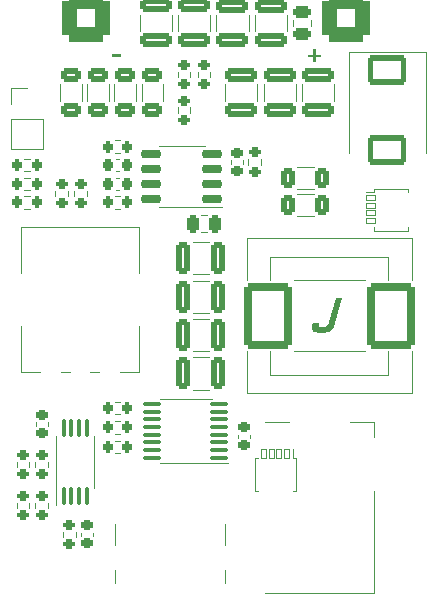
<source format=gto>
G04 #@! TF.GenerationSoftware,KiCad,Pcbnew,(7.0.0)*
G04 #@! TF.CreationDate,2023-04-23T17:00:46-07:00*
G04 #@! TF.ProjectId,boostdriver-al8853,626f6f73-7464-4726-9976-65722d616c38,1*
G04 #@! TF.SameCoordinates,Original*
G04 #@! TF.FileFunction,Legend,Top*
G04 #@! TF.FilePolarity,Positive*
%FSLAX46Y46*%
G04 Gerber Fmt 4.6, Leading zero omitted, Abs format (unit mm)*
G04 Created by KiCad (PCBNEW (7.0.0)) date 2023-04-23 17:00:46*
%MOMM*%
%LPD*%
G01*
G04 APERTURE LIST*
G04 Aperture macros list*
%AMRoundRect*
0 Rectangle with rounded corners*
0 $1 Rounding radius*
0 $2 $3 $4 $5 $6 $7 $8 $9 X,Y pos of 4 corners*
0 Add a 4 corners polygon primitive as box body*
4,1,4,$2,$3,$4,$5,$6,$7,$8,$9,$2,$3,0*
0 Add four circle primitives for the rounded corners*
1,1,$1+$1,$2,$3*
1,1,$1+$1,$4,$5*
1,1,$1+$1,$6,$7*
1,1,$1+$1,$8,$9*
0 Add four rect primitives between the rounded corners*
20,1,$1+$1,$2,$3,$4,$5,0*
20,1,$1+$1,$4,$5,$6,$7,0*
20,1,$1+$1,$6,$7,$8,$9,0*
20,1,$1+$1,$8,$9,$2,$3,0*%
%AMFreePoly0*
4,1,43,1.580355,1.210355,1.595000,1.175000,1.595000,0.775000,1.580355,0.739645,1.545000,0.725000,0.975000,0.725000,0.975000,0.575000,1.545000,0.575000,1.580355,0.560355,1.595000,0.525000,1.595000,0.125000,1.580355,0.089645,1.545000,0.075000,0.975000,0.075000,0.975000,-0.075000,1.545000,-0.075000,1.580355,-0.089645,1.595000,-0.125000,1.595000,-0.525000,1.580355,-0.560355,
1.545000,-0.575000,0.975000,-0.575000,0.975000,-0.725000,1.545000,-0.725000,1.580355,-0.739645,1.595000,-0.775000,1.595000,-1.175000,1.580355,-1.210355,1.545000,-1.225000,0.925000,-1.225000,0.889645,-1.210355,0.875000,-1.175000,-0.925000,-1.175000,-0.960355,-1.160355,-0.975000,-1.125000,-0.975000,1.125000,-0.960355,1.160355,-0.925000,1.175000,0.875000,1.175000,0.889645,1.210355,
0.925000,1.225000,1.545000,1.225000,1.580355,1.210355,1.580355,1.210355,$1*%
G04 Aperture macros list end*
%ADD10C,0.300000*%
%ADD11C,0.120000*%
%ADD12C,2.275000*%
%ADD13R,4.600000X2.000000*%
%ADD14O,4.200000X2.000000*%
%ADD15O,2.000000X4.200000*%
%ADD16FreePoly0,270.000000*%
%ADD17RoundRect,0.050000X-0.200000X0.415000X-0.200000X-0.415000X0.200000X-0.415000X0.200000X0.415000X0*%
%ADD18RoundRect,0.250000X-0.625000X0.312500X-0.625000X-0.312500X0.625000X-0.312500X0.625000X0.312500X0*%
%ADD19RoundRect,0.225000X0.250000X-0.225000X0.250000X0.225000X-0.250000X0.225000X-0.250000X-0.225000X0*%
%ADD20RoundRect,0.200000X0.200000X0.275000X-0.200000X0.275000X-0.200000X-0.275000X0.200000X-0.275000X0*%
%ADD21C,2.200000*%
%ADD22RoundRect,0.050000X-0.415000X-0.200000X0.415000X-0.200000X0.415000X0.200000X-0.415000X0.200000X0*%
%ADD23FreePoly0,0.000000*%
%ADD24RoundRect,0.200000X-0.275000X0.200000X-0.275000X-0.200000X0.275000X-0.200000X0.275000X0.200000X0*%
%ADD25RoundRect,0.250000X0.312500X0.625000X-0.312500X0.625000X-0.312500X-0.625000X0.312500X-0.625000X0*%
%ADD26RoundRect,0.250000X-1.400000X-1.000000X1.400000X-1.000000X1.400000X1.000000X-1.400000X1.000000X0*%
%ADD27C,4.000000*%
%ADD28C,1.800000*%
%ADD29RoundRect,0.200000X0.275000X-0.200000X0.275000X0.200000X-0.275000X0.200000X-0.275000X-0.200000X0*%
%ADD30RoundRect,0.200000X-0.200000X-0.275000X0.200000X-0.275000X0.200000X0.275000X-0.200000X0.275000X0*%
%ADD31RoundRect,0.225000X-0.250000X0.225000X-0.250000X-0.225000X0.250000X-0.225000X0.250000X0.225000X0*%
%ADD32RoundRect,0.250000X0.325000X1.100000X-0.325000X1.100000X-0.325000X-1.100000X0.325000X-1.100000X0*%
%ADD33RoundRect,0.250000X1.100000X-0.325000X1.100000X0.325000X-1.100000X0.325000X-1.100000X-0.325000X0*%
%ADD34RoundRect,0.328000X1.722000X2.472000X-1.722000X2.472000X-1.722000X-2.472000X1.722000X-2.472000X0*%
%ADD35RoundRect,0.225000X-0.225000X-0.250000X0.225000X-0.250000X0.225000X0.250000X-0.225000X0.250000X0*%
%ADD36C,0.650000*%
%ADD37R,0.600000X1.150000*%
%ADD38R,0.300000X1.150000*%
%ADD39O,1.000000X2.100000*%
%ADD40O,1.000000X1.800000*%
%ADD41RoundRect,0.250000X0.250000X0.475000X-0.250000X0.475000X-0.250000X-0.475000X0.250000X-0.475000X0*%
%ADD42RoundRect,0.100000X0.100000X-0.637500X0.100000X0.637500X-0.100000X0.637500X-0.100000X-0.637500X0*%
%ADD43RoundRect,0.600000X-1.400000X-1.400000X1.400000X-1.400000X1.400000X1.400000X-1.400000X1.400000X0*%
%ADD44RoundRect,0.100000X0.637500X0.100000X-0.637500X0.100000X-0.637500X-0.100000X0.637500X-0.100000X0*%
%ADD45RoundRect,0.250000X0.475000X-0.250000X0.475000X0.250000X-0.475000X0.250000X-0.475000X-0.250000X0*%
%ADD46RoundRect,0.150000X0.725000X0.150000X-0.725000X0.150000X-0.725000X-0.150000X0.725000X-0.150000X0*%
%ADD47R,1.700000X1.700000*%
%ADD48O,1.700000X1.700000*%
%ADD49RoundRect,0.250000X-1.100000X0.325000X-1.100000X-0.325000X1.100000X-0.325000X1.100000X0.325000X0*%
G04 APERTURE END LIST*
D10*
G36*
X143969190Y-67070840D02*
G01*
X143171249Y-67070840D01*
X143171249Y-67301650D01*
X143969190Y-67301650D01*
X143969190Y-67070840D01*
G37*
G36*
X160964619Y-90636894D02*
G01*
X161030205Y-90636369D01*
X161093063Y-90634751D01*
X161153275Y-90631981D01*
X161210922Y-90627995D01*
X161266084Y-90622734D01*
X161318842Y-90616135D01*
X161369276Y-90608137D01*
X161417468Y-90598678D01*
X161463499Y-90587697D01*
X161507448Y-90575133D01*
X161549398Y-90560924D01*
X161589428Y-90545008D01*
X161627619Y-90527325D01*
X161664053Y-90507813D01*
X161698809Y-90486410D01*
X161731969Y-90463054D01*
X161763614Y-90437685D01*
X161793824Y-90410242D01*
X161822679Y-90380661D01*
X161850262Y-90348883D01*
X161876652Y-90314846D01*
X161901930Y-90278487D01*
X161926178Y-90239747D01*
X161949475Y-90198562D01*
X161971903Y-90154873D01*
X161993542Y-90108617D01*
X162014474Y-90059732D01*
X162034778Y-90008159D01*
X162054536Y-89953834D01*
X162073828Y-89896697D01*
X162092736Y-89836686D01*
X162111339Y-89773740D01*
X162695324Y-87729427D01*
X162161898Y-87729427D01*
X161599162Y-89706329D01*
X161589895Y-89737381D01*
X161580210Y-89767212D01*
X161570082Y-89795837D01*
X161559485Y-89823272D01*
X161536773Y-89874633D01*
X161511864Y-89921419D01*
X161484547Y-89963753D01*
X161454610Y-90001757D01*
X161421841Y-90035557D01*
X161386030Y-90065274D01*
X161346964Y-90091033D01*
X161304432Y-90112957D01*
X161258223Y-90131170D01*
X161208125Y-90145794D01*
X161153928Y-90156954D01*
X161095418Y-90164772D01*
X161064481Y-90167467D01*
X161032386Y-90169373D01*
X160999108Y-90170505D01*
X160964619Y-90170879D01*
X160918286Y-90169910D01*
X160876760Y-90166869D01*
X160839941Y-90161557D01*
X160807724Y-90153774D01*
X160780006Y-90143321D01*
X160746640Y-90122197D01*
X160722819Y-90093942D01*
X160708194Y-90057882D01*
X160702417Y-90013342D01*
X160703310Y-89978606D01*
X160707878Y-89939602D01*
X160716018Y-89896131D01*
X160727627Y-89847993D01*
X160742602Y-89794989D01*
X160217236Y-89794989D01*
X160198674Y-89855618D01*
X160182441Y-89913481D01*
X160168576Y-89968634D01*
X160157117Y-90021132D01*
X160148099Y-90071029D01*
X160141561Y-90118382D01*
X160137541Y-90163244D01*
X160136075Y-90205672D01*
X160137201Y-90245720D01*
X160140957Y-90283444D01*
X160147380Y-90318899D01*
X160156507Y-90352139D01*
X160168376Y-90383220D01*
X160183024Y-90412198D01*
X160200489Y-90439127D01*
X160220808Y-90464062D01*
X160244019Y-90487059D01*
X160270158Y-90508172D01*
X160299264Y-90527457D01*
X160331374Y-90544970D01*
X160366525Y-90560764D01*
X160404755Y-90574896D01*
X160446101Y-90587420D01*
X160490601Y-90598392D01*
X160538292Y-90607866D01*
X160589211Y-90615898D01*
X160643396Y-90622543D01*
X160700884Y-90627857D01*
X160761713Y-90631893D01*
X160825920Y-90634708D01*
X160893543Y-90636357D01*
X160964619Y-90636894D01*
G37*
G36*
X160444050Y-66629005D02*
G01*
X160196388Y-66629005D01*
X160196388Y-67082564D01*
X159772138Y-67082564D01*
X159772138Y-67305314D01*
X160196388Y-67305314D01*
X160196388Y-67746050D01*
X160444050Y-67746050D01*
X160444050Y-67305314D01*
X160868300Y-67305314D01*
X160868300Y-67082564D01*
X160444050Y-67082564D01*
X160444050Y-66629005D01*
G37*
D11*
X156200000Y-98150000D02*
X158200000Y-98150000D01*
X163400000Y-98150000D02*
X165400000Y-98150000D01*
X165400000Y-98150000D02*
X165400000Y-99450000D01*
X165400000Y-104050000D02*
X165400000Y-112650000D01*
X165400000Y-112650000D02*
X156200000Y-112650000D01*
X155280000Y-104045000D02*
X155575000Y-104045000D01*
X155280000Y-101205000D02*
X155280000Y-104045000D01*
X158820000Y-104045000D02*
X158820000Y-101205000D01*
X155575000Y-101205000D02*
X155280000Y-101205000D01*
X158525000Y-100475000D02*
X158525000Y-101205000D01*
X158525000Y-104045000D02*
X158820000Y-104045000D01*
X158820000Y-101205000D02*
X158525000Y-101205000D01*
X147540001Y-69552936D02*
X147540001Y-71007064D01*
X145720001Y-69552936D02*
X145720001Y-71007064D01*
X136740000Y-98490580D02*
X136740000Y-98209420D01*
X137760000Y-98490580D02*
X137760000Y-98209420D01*
X136237258Y-80122500D02*
X135762742Y-80122500D01*
X136237258Y-79077500D02*
X135762742Y-79077500D01*
X164690000Y-78735000D02*
X165420000Y-78735000D01*
X165420000Y-78440000D02*
X165420000Y-78735000D01*
X165420000Y-81685000D02*
X165420000Y-81980000D01*
X165420000Y-81980000D02*
X168260000Y-81980000D01*
X168260000Y-78440000D02*
X165420000Y-78440000D01*
X168260000Y-78735000D02*
X168260000Y-78440000D01*
X168260000Y-81980000D02*
X168260000Y-81685000D01*
X140640001Y-69552936D02*
X140640001Y-71007064D01*
X138820001Y-69552936D02*
X138820001Y-71007064D01*
X143912258Y-100822500D02*
X143437742Y-100822500D01*
X143912258Y-99777500D02*
X143437742Y-99777500D01*
X136222500Y-101562742D02*
X136222500Y-102037258D01*
X135177500Y-101562742D02*
X135177500Y-102037258D01*
X141072500Y-78612742D02*
X141072500Y-79087258D01*
X140027500Y-78612742D02*
X140027500Y-79087258D01*
X160297065Y-80740002D02*
X158842937Y-80740002D01*
X160297065Y-78920002D02*
X158842937Y-78920002D01*
X169775000Y-66890000D02*
X169775000Y-75400000D01*
X163275000Y-66890000D02*
X169775000Y-66890000D01*
X163275000Y-66890000D02*
X163275000Y-75400000D01*
X142940001Y-69552937D02*
X142940001Y-71007065D01*
X141120001Y-69552937D02*
X141120001Y-71007065D01*
X135530000Y-93920000D02*
X137129000Y-93920000D01*
X135530000Y-93920000D02*
X135530000Y-90055000D01*
X138871000Y-93920000D02*
X139630000Y-93920000D01*
X141371000Y-93920000D02*
X142130000Y-93920000D01*
X143870000Y-93920000D02*
X145470000Y-93920000D01*
X145470000Y-93920000D02*
X145470000Y-90055000D01*
X135530000Y-85545000D02*
X135530000Y-81680000D01*
X145470000Y-85545000D02*
X145470000Y-81680000D01*
X135530000Y-81680000D02*
X145470000Y-81680000D01*
X145240001Y-69552937D02*
X145240001Y-71007065D01*
X143420001Y-69552937D02*
X143420001Y-71007065D01*
X143912258Y-80122500D02*
X143437742Y-80122500D01*
X143912258Y-79077500D02*
X143437742Y-79077500D01*
X148787500Y-72032258D02*
X148787500Y-71557742D01*
X149832500Y-72032258D02*
X149832500Y-71557742D01*
X143912258Y-99172500D02*
X143437742Y-99172500D01*
X143912258Y-98127500D02*
X143437742Y-98127500D01*
X154767500Y-76417258D02*
X154767500Y-75942742D01*
X155812500Y-76417258D02*
X155812500Y-75942742D01*
X135762742Y-75927500D02*
X136237258Y-75927500D01*
X135762742Y-76972500D02*
X136237258Y-76972500D01*
X153865000Y-99259420D02*
X153865000Y-99540580D01*
X154885000Y-99259420D02*
X154885000Y-99540580D01*
X151451252Y-95440000D02*
X150028748Y-95440000D01*
X151451252Y-92720000D02*
X150028748Y-92720000D01*
X155299999Y-65116253D02*
X155299999Y-63693749D01*
X158019999Y-65116253D02*
X158019999Y-63693749D01*
X139077500Y-107937258D02*
X139077500Y-107462742D01*
X140122500Y-107937258D02*
X140122500Y-107462742D01*
X168585000Y-95760000D02*
X168585000Y-92210000D01*
X168585000Y-95760000D02*
X154615000Y-95760000D01*
X168585000Y-82640000D02*
X168585000Y-86190000D01*
X168585000Y-82640000D02*
X154615000Y-82640000D01*
X166600000Y-94200000D02*
X166600000Y-92200000D01*
X166600000Y-94200000D02*
X156600000Y-94200000D01*
X166600000Y-86200000D02*
X166600000Y-84200000D01*
X166600000Y-84200000D02*
X156600000Y-84200000D01*
X164600000Y-92200000D02*
X158600000Y-92200000D01*
X164600000Y-86200000D02*
X158600000Y-86200000D01*
X156600000Y-94200000D02*
X156600000Y-92200000D01*
X156600000Y-84200000D02*
X156600000Y-86200000D01*
X154615000Y-95760000D02*
X154615000Y-92210000D01*
X154615000Y-82640000D02*
X154615000Y-86190000D01*
X136727500Y-105487258D02*
X136727500Y-105012742D01*
X137772500Y-105487258D02*
X137772500Y-105012742D01*
X136222500Y-105012742D02*
X136222500Y-105487258D01*
X135177500Y-105012742D02*
X135177500Y-105487258D01*
X153270000Y-76320580D02*
X153270000Y-76039420D01*
X154290000Y-76320580D02*
X154290000Y-76039420D01*
X152049999Y-65116253D02*
X152049999Y-63693749D01*
X154769999Y-65116253D02*
X154769999Y-63693749D01*
X143534420Y-75940000D02*
X143815580Y-75940000D01*
X143534420Y-76960000D02*
X143815580Y-76960000D01*
X143430000Y-108600000D02*
X143430000Y-106800000D01*
X143430000Y-110700000D02*
X143430000Y-111850000D01*
X152770000Y-108600000D02*
X152770000Y-106800000D01*
X152770000Y-110700000D02*
X152770000Y-111850000D01*
X160297064Y-78440003D02*
X158842936Y-78440003D01*
X160297064Y-76620003D02*
X158842936Y-76620003D01*
X137772500Y-101562742D02*
X137772500Y-102037258D01*
X136727500Y-101562742D02*
X136727500Y-102037258D01*
X151261252Y-82135000D02*
X150738748Y-82135000D01*
X151261252Y-80665000D02*
X150738748Y-80665000D01*
X148797500Y-68992258D02*
X148797500Y-68517742D01*
X149842500Y-68992258D02*
X149842500Y-68517742D01*
X138490000Y-101600000D02*
X138490000Y-105200000D01*
X138490000Y-101600000D02*
X138490000Y-99400000D01*
X141710000Y-101600000D02*
X141710000Y-103800000D01*
X141710000Y-101600000D02*
X141710000Y-99400000D01*
X138427500Y-79087258D02*
X138427500Y-78612742D01*
X139472500Y-79087258D02*
X139472500Y-78612742D01*
X151502500Y-68517742D02*
X151502500Y-68992258D01*
X150457500Y-68517742D02*
X150457500Y-68992258D01*
X149450000Y-101685000D02*
X153050000Y-101685000D01*
X149450000Y-101685000D02*
X147250000Y-101685000D01*
X149450000Y-96215000D02*
X151650000Y-96215000D01*
X149450000Y-96215000D02*
X147250000Y-96215000D01*
X158574999Y-64666253D02*
X158574999Y-64143749D01*
X160044999Y-64666253D02*
X160044999Y-64143749D01*
X149110000Y-79960000D02*
X152560000Y-79960000D01*
X149110000Y-79960000D02*
X147160000Y-79960000D01*
X149110000Y-74840000D02*
X151060000Y-74840000D01*
X149110000Y-74840000D02*
X147160000Y-74840000D01*
X143534420Y-77515000D02*
X143815580Y-77515000D01*
X143534420Y-78535000D02*
X143815580Y-78535000D01*
X145540000Y-65111252D02*
X145540000Y-63688748D01*
X148260000Y-65111252D02*
X148260000Y-63688748D01*
X151451252Y-92190000D02*
X150028748Y-92190000D01*
X151451252Y-89470000D02*
X150028748Y-89470000D01*
X148800000Y-65111252D02*
X148800000Y-63688748D01*
X151520000Y-65111252D02*
X151520000Y-63688748D01*
X143437742Y-96477500D02*
X143912258Y-96477500D01*
X143437742Y-97522500D02*
X143912258Y-97522500D01*
X134670000Y-69895000D02*
X136000000Y-69895000D01*
X134670000Y-71225000D02*
X134670000Y-69895000D01*
X134670000Y-72495000D02*
X134670000Y-75095000D01*
X134670000Y-72495000D02*
X137330000Y-72495000D01*
X134670000Y-75095000D02*
X137330000Y-75095000D01*
X137330000Y-72495000D02*
X137330000Y-75095000D01*
X162009999Y-69568749D02*
X162009999Y-70991253D01*
X159289999Y-69568749D02*
X159289999Y-70991253D01*
X143432742Y-74352500D02*
X143907258Y-74352500D01*
X143432742Y-75397500D02*
X143907258Y-75397500D01*
X141610000Y-107559420D02*
X141610000Y-107840580D01*
X140590000Y-107559420D02*
X140590000Y-107840580D01*
X151451252Y-88940000D02*
X150028748Y-88940000D01*
X151451252Y-86220000D02*
X150028748Y-86220000D01*
X155509999Y-69568748D02*
X155509999Y-70991252D01*
X152789999Y-69568748D02*
X152789999Y-70991252D01*
X151451252Y-85690000D02*
X150028748Y-85690000D01*
X151451252Y-82970000D02*
X150028748Y-82970000D01*
X158760000Y-69568748D02*
X158760000Y-70991252D01*
X156040000Y-69568748D02*
X156040000Y-70991252D01*
X136237258Y-78562500D02*
X135762742Y-78562500D01*
X136237258Y-77517500D02*
X135762742Y-77517500D01*
%LPC*%
D12*
X169137500Y-110000000D02*
G75*
G03*
X169137500Y-110000000I-1137500J0D01*
G01*
X137137500Y-110000000D02*
G75*
G03*
X137137500Y-110000000I-1137500J0D01*
G01*
X137137500Y-64000000D02*
G75*
G03*
X137137500Y-64000000I-1137500J0D01*
G01*
X169137500Y-64000000D02*
G75*
G03*
X169137500Y-64000000I-1137500J0D01*
G01*
D13*
X160799999Y-98849999D03*
D14*
X160799999Y-105149999D03*
D15*
X165599999Y-101749999D03*
D16*
X157050000Y-102830000D03*
D17*
X156075000Y-100890000D03*
X156725000Y-100890000D03*
X157375000Y-100890000D03*
X158025000Y-100890000D03*
D18*
X146630001Y-68817500D03*
X146630001Y-71742500D03*
D19*
X137250000Y-99125000D03*
X137250000Y-97575000D03*
D20*
X136825000Y-79600000D03*
X135175000Y-79600000D03*
D21*
X168000000Y-110000000D03*
D22*
X165105000Y-79235000D03*
X165105000Y-79885000D03*
X165105000Y-80535000D03*
X165105000Y-81185000D03*
D23*
X167045000Y-80210000D03*
D18*
X139730001Y-68817500D03*
X139730001Y-71742500D03*
D20*
X144500000Y-100300000D03*
X142850000Y-100300000D03*
D24*
X135700000Y-100975000D03*
X135700000Y-102625000D03*
X140550000Y-78025000D03*
X140550000Y-79675000D03*
D25*
X161032501Y-79830002D03*
X158107501Y-79830002D03*
D26*
X166525000Y-68400000D03*
X166525000Y-75200000D03*
D18*
X142030001Y-68817501D03*
X142030001Y-71742501D03*
D27*
X136100000Y-87800000D03*
X144900000Y-87800000D03*
D28*
X143000000Y-94800000D03*
X140500000Y-94800000D03*
X138000000Y-94800000D03*
D18*
X144330001Y-68817501D03*
X144330001Y-71742501D03*
D20*
X144500000Y-79600000D03*
X142850000Y-79600000D03*
D29*
X149310000Y-72620000D03*
X149310000Y-70970000D03*
D20*
X144500000Y-98650000D03*
X142850000Y-98650000D03*
D29*
X155290000Y-77005000D03*
X155290000Y-75355000D03*
D30*
X135175000Y-76450000D03*
X136825000Y-76450000D03*
D31*
X154375000Y-100175000D03*
X154375000Y-98625000D03*
D32*
X152215000Y-94080000D03*
X149265000Y-94080000D03*
D33*
X156659999Y-65880001D03*
X156659999Y-62930001D03*
D29*
X139600000Y-108525000D03*
X139600000Y-106875000D03*
D34*
X166800000Y-89200000D03*
X156400000Y-89200000D03*
D29*
X137250000Y-106075000D03*
X137250000Y-104425000D03*
D24*
X135700000Y-104425000D03*
X135700000Y-106075000D03*
D19*
X153780000Y-76955000D03*
X153780000Y-75405000D03*
D33*
X153409999Y-65880001D03*
X153409999Y-62930001D03*
D35*
X142900000Y-76450000D03*
X144450000Y-76450000D03*
D36*
X145210000Y-105995000D03*
X150990000Y-105995000D03*
D37*
X144899999Y-104919999D03*
X145699999Y-104919999D03*
D38*
X146849999Y-104919999D03*
X147849999Y-104919999D03*
X148349999Y-104919999D03*
X149349999Y-104919999D03*
D37*
X150499999Y-104919999D03*
X151299999Y-104919999D03*
X151299999Y-104919999D03*
X150499999Y-104919999D03*
D38*
X149849999Y-104919999D03*
X148849999Y-104919999D03*
X147349999Y-104919999D03*
X146349999Y-104919999D03*
D37*
X145699999Y-104919999D03*
X144899999Y-104919999D03*
D39*
X143779999Y-105494999D03*
D40*
X143779999Y-109674999D03*
D39*
X152419999Y-105494999D03*
D40*
X152419999Y-109674999D03*
D25*
X161032500Y-77530003D03*
X158107500Y-77530003D03*
D24*
X137250000Y-100975000D03*
X137250000Y-102625000D03*
D41*
X151950000Y-81400000D03*
X150050000Y-81400000D03*
D29*
X149320000Y-69580000D03*
X149320000Y-67930000D03*
D42*
X139125000Y-104462500D03*
X139775000Y-104462500D03*
X140425000Y-104462500D03*
X141075000Y-104462500D03*
X141075000Y-98737500D03*
X140425000Y-98737500D03*
X139775000Y-98737500D03*
X139125000Y-98737500D03*
D29*
X138950000Y-79675000D03*
X138950000Y-78025000D03*
D24*
X150980000Y-67930000D03*
X150980000Y-69580000D03*
D43*
X141000000Y-64000000D03*
D44*
X152312500Y-101225000D03*
X152312500Y-100575000D03*
X152312500Y-99925000D03*
X152312500Y-99275000D03*
X152312500Y-98625000D03*
X152312500Y-97975000D03*
X152312500Y-97325000D03*
X152312500Y-96675000D03*
X146587500Y-96675000D03*
X146587500Y-97325000D03*
X146587500Y-97975000D03*
X146587500Y-98625000D03*
X146587500Y-99275000D03*
X146587500Y-99925000D03*
X146587500Y-100575000D03*
X146587500Y-101225000D03*
D45*
X159309999Y-65355001D03*
X159309999Y-63455001D03*
D46*
X151685000Y-79305000D03*
X151685000Y-78035000D03*
X151685000Y-76765000D03*
X151685000Y-75495000D03*
X146535000Y-75495000D03*
X146535000Y-76765000D03*
X146535000Y-78035000D03*
X146535000Y-79305000D03*
D35*
X142900000Y-78025000D03*
X144450000Y-78025000D03*
D21*
X136000000Y-110000000D03*
D33*
X146900000Y-65875000D03*
X146900000Y-62925000D03*
D32*
X152215000Y-90830000D03*
X149265000Y-90830000D03*
D33*
X150160000Y-65875000D03*
X150160000Y-62925000D03*
D21*
X136000000Y-64000000D03*
D30*
X142850000Y-97000000D03*
X144500000Y-97000000D03*
D47*
X135999999Y-71224999D03*
D48*
X135999999Y-73764999D03*
D21*
X168000000Y-64000000D03*
D49*
X160649999Y-68805001D03*
X160649999Y-71755001D03*
D30*
X142845000Y-74875000D03*
X144495000Y-74875000D03*
D31*
X141100000Y-106925000D03*
X141100000Y-108475000D03*
D32*
X152215000Y-87580000D03*
X149265000Y-87580000D03*
D49*
X154149999Y-68805000D03*
X154149999Y-71755000D03*
D43*
X163000000Y-64000000D03*
D32*
X152215000Y-84330000D03*
X149265000Y-84330000D03*
D49*
X157400000Y-68805000D03*
X157400000Y-71755000D03*
D20*
X136825000Y-78040000D03*
X135175000Y-78040000D03*
M02*

</source>
